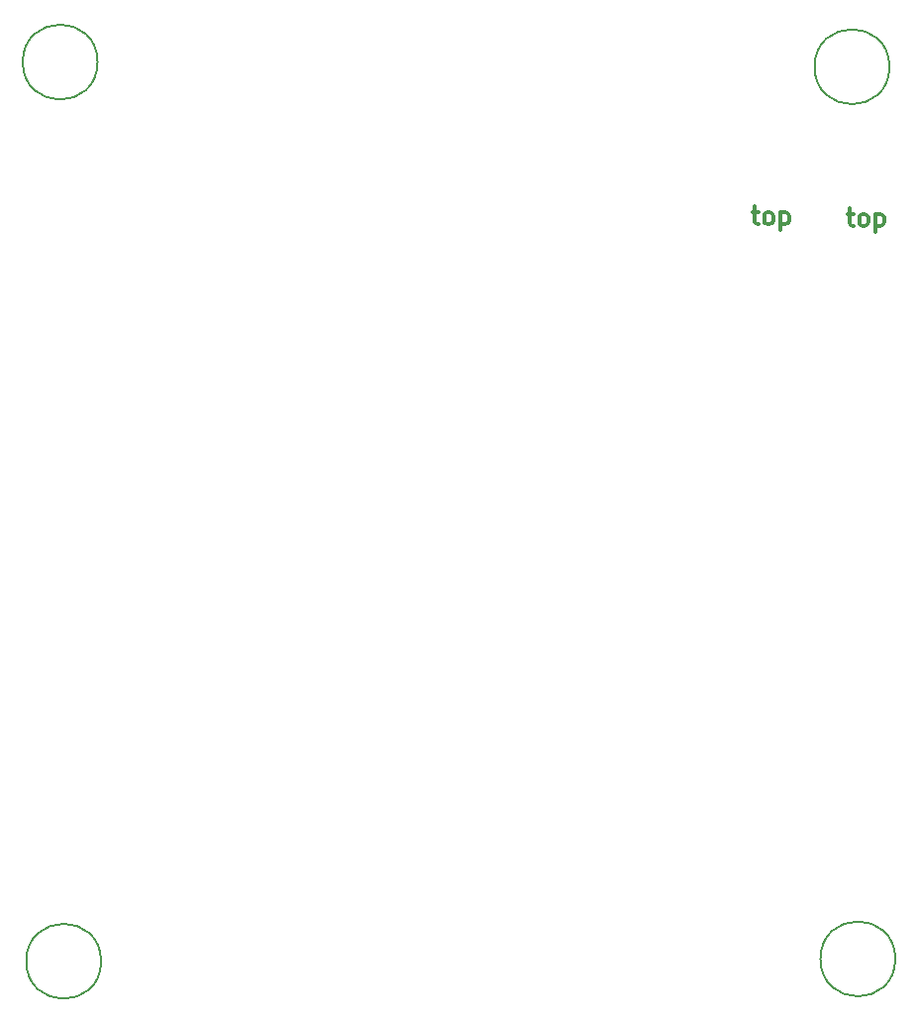
<source format=gbr>
G04 #@! TF.GenerationSoftware,KiCad,Pcbnew,5.1.6-c6e7f7d~86~ubuntu20.04.1*
G04 #@! TF.CreationDate,2020-06-09T07:54:05+01:00*
G04 #@! TF.ProjectId,flypi,666c7970-692e-46b6-9963-61645f706362,rev?*
G04 #@! TF.SameCoordinates,Original*
G04 #@! TF.FileFunction,Other,Comment*
%FSLAX46Y46*%
G04 Gerber Fmt 4.6, Leading zero omitted, Abs format (unit mm)*
G04 Created by KiCad (PCBNEW 5.1.6-c6e7f7d~86~ubuntu20.04.1) date 2020-06-09 07:54:05*
%MOMM*%
%LPD*%
G01*
G04 APERTURE LIST*
%ADD10C,0.300000*%
%ADD11C,0.150000*%
G04 APERTURE END LIST*
D10*
X168029142Y-66099571D02*
X168600571Y-66099571D01*
X168243428Y-65599571D02*
X168243428Y-66885285D01*
X168314857Y-67028142D01*
X168457714Y-67099571D01*
X168600571Y-67099571D01*
X169314857Y-67099571D02*
X169172000Y-67028142D01*
X169100571Y-66956714D01*
X169029142Y-66813857D01*
X169029142Y-66385285D01*
X169100571Y-66242428D01*
X169172000Y-66171000D01*
X169314857Y-66099571D01*
X169529142Y-66099571D01*
X169672000Y-66171000D01*
X169743428Y-66242428D01*
X169814857Y-66385285D01*
X169814857Y-66813857D01*
X169743428Y-66956714D01*
X169672000Y-67028142D01*
X169529142Y-67099571D01*
X169314857Y-67099571D01*
X170457714Y-66099571D02*
X170457714Y-67599571D01*
X170457714Y-66171000D02*
X170600571Y-66099571D01*
X170886285Y-66099571D01*
X171029142Y-66171000D01*
X171100571Y-66242428D01*
X171172000Y-66385285D01*
X171172000Y-66813857D01*
X171100571Y-66956714D01*
X171029142Y-67028142D01*
X170886285Y-67099571D01*
X170600571Y-67099571D01*
X170457714Y-67028142D01*
X176157142Y-66226571D02*
X176728571Y-66226571D01*
X176371428Y-65726571D02*
X176371428Y-67012285D01*
X176442857Y-67155142D01*
X176585714Y-67226571D01*
X176728571Y-67226571D01*
X177442857Y-67226571D02*
X177300000Y-67155142D01*
X177228571Y-67083714D01*
X177157142Y-66940857D01*
X177157142Y-66512285D01*
X177228571Y-66369428D01*
X177300000Y-66298000D01*
X177442857Y-66226571D01*
X177657142Y-66226571D01*
X177800000Y-66298000D01*
X177871428Y-66369428D01*
X177942857Y-66512285D01*
X177942857Y-66940857D01*
X177871428Y-67083714D01*
X177800000Y-67155142D01*
X177657142Y-67226571D01*
X177442857Y-67226571D01*
X178585714Y-66226571D02*
X178585714Y-67726571D01*
X178585714Y-66298000D02*
X178728571Y-66226571D01*
X179014285Y-66226571D01*
X179157142Y-66298000D01*
X179228571Y-66369428D01*
X179300000Y-66512285D01*
X179300000Y-66940857D01*
X179228571Y-67083714D01*
X179157142Y-67155142D01*
X179014285Y-67226571D01*
X178728571Y-67226571D01*
X178585714Y-67155142D01*
D11*
X179750000Y-53650000D02*
G75*
G03*
X179750000Y-53650000I-3200000J0D01*
G01*
X112050000Y-53250000D02*
G75*
G03*
X112050000Y-53250000I-3200000J0D01*
G01*
X112350000Y-130050000D02*
G75*
G03*
X112350000Y-130050000I-3200000J0D01*
G01*
X180250000Y-129850000D02*
G75*
G03*
X180250000Y-129850000I-3200000J0D01*
G01*
M02*

</source>
